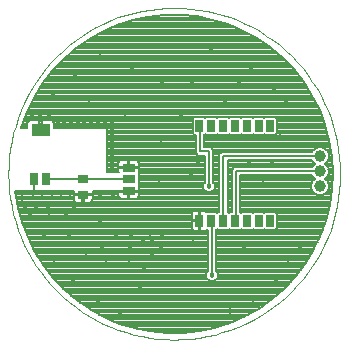
<source format=gtl>
G75*
G70*
%OFA0B0*%
%FSLAX24Y24*%
%IPPOS*%
%LPD*%
%AMOC8*
5,1,8,0,0,1.08239X$1,22.5*
%
%ADD10C,0.0010*%
%ADD11R,0.0394X0.0250*%
%ADD12R,0.0250X0.0394*%
%ADD13R,0.0256X0.0394*%
%ADD14R,0.0630X0.0394*%
%ADD15R,0.0354X0.0276*%
%ADD16C,0.0394*%
%ADD17C,0.0080*%
%ADD18C,0.0060*%
%ADD19C,0.0180*%
D10*
X000105Y005634D02*
X000112Y005905D01*
X000132Y006176D01*
X000165Y006445D01*
X000211Y006713D01*
X000271Y006977D01*
X000343Y007239D01*
X000428Y007497D01*
X000526Y007750D01*
X000636Y007998D01*
X000758Y008240D01*
X000892Y008476D01*
X001037Y008706D01*
X001193Y008928D01*
X001360Y009142D01*
X001537Y009347D01*
X001724Y009544D01*
X001921Y009731D01*
X002126Y009908D01*
X002340Y010075D01*
X002562Y010231D01*
X002792Y010376D01*
X003028Y010510D01*
X003270Y010632D01*
X003518Y010742D01*
X003771Y010840D01*
X004029Y010925D01*
X004291Y010997D01*
X004555Y011057D01*
X004823Y011103D01*
X005092Y011136D01*
X005363Y011156D01*
X005634Y011163D01*
X005905Y011156D01*
X006176Y011136D01*
X006445Y011103D01*
X006713Y011057D01*
X006977Y010997D01*
X007239Y010925D01*
X007497Y010840D01*
X007750Y010742D01*
X007998Y010632D01*
X008240Y010510D01*
X008476Y010376D01*
X008706Y010231D01*
X008928Y010075D01*
X009142Y009908D01*
X009347Y009731D01*
X009544Y009544D01*
X009731Y009347D01*
X009908Y009142D01*
X010075Y008928D01*
X010231Y008706D01*
X010376Y008476D01*
X010510Y008240D01*
X010632Y007998D01*
X010742Y007750D01*
X010840Y007497D01*
X010925Y007239D01*
X010997Y006977D01*
X011057Y006713D01*
X011103Y006445D01*
X011136Y006176D01*
X011156Y005905D01*
X011163Y005634D01*
X011156Y005363D01*
X011136Y005092D01*
X011103Y004823D01*
X011057Y004555D01*
X010997Y004291D01*
X010925Y004029D01*
X010840Y003771D01*
X010742Y003518D01*
X010632Y003270D01*
X010510Y003028D01*
X010376Y002792D01*
X010231Y002562D01*
X010075Y002340D01*
X009908Y002126D01*
X009731Y001921D01*
X009544Y001724D01*
X009347Y001537D01*
X009142Y001360D01*
X008928Y001193D01*
X008706Y001037D01*
X008476Y000892D01*
X008240Y000758D01*
X007998Y000636D01*
X007750Y000526D01*
X007497Y000428D01*
X007239Y000343D01*
X006977Y000271D01*
X006713Y000211D01*
X006445Y000165D01*
X006176Y000132D01*
X005905Y000112D01*
X005634Y000105D01*
X005363Y000112D01*
X005092Y000132D01*
X004823Y000165D01*
X004555Y000211D01*
X004291Y000271D01*
X004029Y000343D01*
X003771Y000428D01*
X003518Y000526D01*
X003270Y000636D01*
X003028Y000758D01*
X002792Y000892D01*
X002562Y001037D01*
X002340Y001193D01*
X002126Y001360D01*
X001921Y001537D01*
X001724Y001724D01*
X001537Y001921D01*
X001360Y002126D01*
X001193Y002340D01*
X001037Y002562D01*
X000892Y002792D01*
X000758Y003028D01*
X000636Y003270D01*
X000526Y003518D01*
X000428Y003771D01*
X000343Y004029D01*
X000271Y004291D01*
X000211Y004555D01*
X000165Y004823D01*
X000132Y005092D01*
X000112Y005363D01*
X000105Y005634D01*
D11*
X004110Y005443D03*
X004110Y005837D03*
X004110Y005049D03*
D12*
X006472Y004065D03*
X006866Y004065D03*
X007259Y004065D03*
X007653Y004065D03*
X008047Y004065D03*
X008440Y004065D03*
X008834Y004065D03*
X008834Y007215D03*
X008440Y007215D03*
X008047Y007215D03*
X007653Y007215D03*
X007259Y007215D03*
X006866Y007215D03*
X006472Y007215D03*
D13*
X001354Y005444D03*
X000960Y005444D03*
D14*
X001177Y007086D03*
D15*
X002593Y005450D03*
X002593Y004938D03*
D16*
X010490Y005213D03*
X010490Y005713D03*
X010490Y006213D03*
D17*
X009366Y001880D02*
X001862Y001880D01*
X001787Y001959D02*
X009440Y001959D01*
X009514Y002037D02*
X001712Y002037D01*
X001636Y002116D02*
X006750Y002116D01*
X006704Y002162D02*
X006815Y002051D01*
X006972Y002051D01*
X007084Y002162D01*
X007084Y002319D01*
X007024Y002379D01*
X007024Y003768D01*
X007032Y003768D01*
X007062Y003799D01*
X007093Y003768D01*
X007426Y003768D01*
X007456Y003799D01*
X007487Y003768D01*
X007819Y003768D01*
X007850Y003799D01*
X007880Y003768D01*
X008213Y003768D01*
X008244Y003799D01*
X008274Y003768D01*
X008607Y003768D01*
X008637Y003799D01*
X008668Y003768D01*
X009000Y003768D01*
X009059Y003827D01*
X009059Y004303D01*
X009000Y004362D01*
X008668Y004362D01*
X008637Y004332D01*
X008607Y004362D01*
X008274Y004362D01*
X008244Y004332D01*
X008213Y004362D01*
X007880Y004362D01*
X007850Y004332D01*
X007831Y004351D01*
X007831Y005579D01*
X010224Y005579D01*
X010238Y005544D01*
X010320Y005463D01*
X010238Y005381D01*
X010193Y005272D01*
X010193Y005154D01*
X010238Y005044D01*
X010321Y004961D01*
X010431Y004916D01*
X010549Y004916D01*
X010658Y004961D01*
X010741Y005044D01*
X010786Y005154D01*
X010786Y005272D01*
X010741Y005381D01*
X010659Y005463D01*
X010741Y005544D01*
X010786Y005654D01*
X010786Y005772D01*
X010741Y005881D01*
X010659Y005963D01*
X010741Y006044D01*
X010786Y006154D01*
X010786Y006272D01*
X010741Y006381D01*
X010658Y006464D01*
X010549Y006509D01*
X010431Y006509D01*
X010321Y006464D01*
X010238Y006381D01*
X010229Y006359D01*
X007209Y006359D01*
X007127Y006277D01*
X007127Y004362D01*
X007093Y004362D01*
X007062Y004332D01*
X007032Y004362D01*
X006699Y004362D01*
X006697Y004360D01*
X006683Y004374D01*
X006651Y004392D01*
X007127Y004392D01*
X007127Y004471D02*
X000438Y004471D01*
X000422Y004531D02*
X000338Y005063D01*
X002275Y005063D01*
X002275Y004967D01*
X002564Y004967D01*
X002564Y004909D01*
X002622Y004909D01*
X002622Y004967D01*
X002910Y004967D01*
X002910Y005063D01*
X004087Y005063D01*
X004087Y005027D01*
X003773Y005027D01*
X003773Y004906D01*
X003782Y004870D01*
X003801Y004838D01*
X003827Y004812D01*
X003859Y004794D01*
X003894Y004784D01*
X004087Y004784D01*
X004087Y005027D01*
X004132Y005027D01*
X004132Y004784D01*
X004325Y004784D01*
X004361Y004794D01*
X004392Y004812D01*
X004419Y004838D01*
X004437Y004870D01*
X004447Y004906D01*
X004447Y005027D01*
X004132Y005027D01*
X004132Y005063D01*
X004452Y005063D01*
X004452Y005690D01*
X004446Y005690D01*
X004447Y005693D01*
X004447Y005814D01*
X004132Y005814D01*
X004132Y005859D01*
X004447Y005859D01*
X004447Y005980D01*
X004437Y006016D01*
X004419Y006048D01*
X004392Y006074D01*
X004361Y006092D01*
X004325Y006102D01*
X004132Y006102D01*
X004132Y005859D01*
X004087Y005859D01*
X004087Y005814D01*
X003773Y005814D01*
X003773Y005693D01*
X003774Y005690D01*
X003404Y005690D01*
X003404Y007169D01*
X001632Y007169D01*
X001632Y007301D01*
X001622Y007337D01*
X001604Y007369D01*
X001578Y007395D01*
X001546Y007413D01*
X001510Y007423D01*
X001217Y007423D01*
X001217Y007169D01*
X001137Y007169D01*
X001137Y007423D01*
X000843Y007423D01*
X000808Y007413D01*
X000776Y007395D01*
X000750Y007369D01*
X000731Y007337D01*
X000722Y007301D01*
X000722Y007169D01*
X000538Y007169D01*
X000720Y007675D01*
X000953Y008159D01*
X001233Y008618D01*
X001559Y009046D01*
X001926Y009439D01*
X002331Y009793D01*
X002770Y010104D01*
X003238Y010368D01*
X003731Y010584D01*
X004243Y010749D01*
X004769Y010862D01*
X005303Y010921D01*
X005841Y010925D01*
X006376Y010874D01*
X006904Y010770D01*
X007418Y010613D01*
X007914Y010405D01*
X008386Y010147D01*
X008830Y009843D01*
X009241Y009496D01*
X009614Y009109D01*
X009946Y008686D01*
X010234Y008232D01*
X010474Y007750D01*
X010664Y007247D01*
X010803Y006728D01*
X010888Y006197D01*
X010919Y005660D01*
X010895Y005123D01*
X010817Y004590D01*
X010686Y004069D01*
X010502Y003563D01*
X010268Y003079D01*
X009987Y002621D01*
X009660Y002194D01*
X009292Y001801D01*
X008886Y001449D01*
X008447Y001139D01*
X007978Y000875D01*
X007485Y000660D01*
X006973Y000496D01*
X006447Y000385D01*
X005912Y000327D01*
X005374Y000324D01*
X004839Y000375D01*
X004312Y000481D01*
X003798Y000639D01*
X003302Y000848D01*
X002831Y001107D01*
X002388Y001412D01*
X001978Y001760D01*
X001605Y002148D01*
X001274Y002571D01*
X000987Y003026D01*
X000748Y003508D01*
X000559Y004011D01*
X000422Y004531D01*
X000419Y004549D02*
X007127Y004549D01*
X007127Y004628D02*
X000406Y004628D01*
X000394Y004706D02*
X002311Y004706D01*
X002303Y004714D02*
X002330Y004688D01*
X002361Y004669D01*
X002397Y004660D01*
X002564Y004660D01*
X002564Y004909D01*
X002275Y004909D01*
X002275Y004782D01*
X002285Y004746D01*
X002303Y004714D01*
X002275Y004785D02*
X000382Y004785D01*
X000369Y004863D02*
X002275Y004863D01*
X002275Y005020D02*
X000344Y005020D01*
X000357Y004942D02*
X002564Y004942D01*
X002622Y004942D02*
X003773Y004942D01*
X003773Y005020D02*
X002910Y005020D01*
X002910Y004909D02*
X002910Y004782D01*
X002900Y004746D01*
X002882Y004714D01*
X002856Y004688D01*
X002824Y004669D01*
X002788Y004660D01*
X002622Y004660D01*
X002622Y004909D01*
X002910Y004909D01*
X002910Y004863D02*
X003787Y004863D01*
X003893Y004785D02*
X002910Y004785D01*
X002874Y004706D02*
X007127Y004706D01*
X007127Y004785D02*
X004326Y004785D01*
X004433Y004863D02*
X007127Y004863D01*
X007127Y004942D02*
X004447Y004942D01*
X004447Y005020D02*
X007127Y005020D01*
X007127Y005099D02*
X006944Y005099D01*
X006979Y005133D02*
X006979Y005290D01*
X006929Y005340D01*
X006929Y006434D01*
X006847Y006516D01*
X006629Y006516D01*
X006629Y006918D01*
X006638Y006918D01*
X006669Y006948D01*
X006699Y006918D01*
X007032Y006918D01*
X007062Y006948D01*
X007093Y006918D01*
X007426Y006918D01*
X007456Y006948D01*
X007487Y006918D01*
X007819Y006918D01*
X007850Y006948D01*
X007880Y006918D01*
X008213Y006918D01*
X008244Y006948D01*
X008274Y006918D01*
X008607Y006918D01*
X008637Y006948D01*
X008668Y006918D01*
X009000Y006918D01*
X009059Y006976D01*
X009059Y007453D01*
X009000Y007512D01*
X008668Y007512D01*
X008637Y007481D01*
X008607Y007512D01*
X008274Y007512D01*
X008244Y007481D01*
X008213Y007512D01*
X007880Y007512D01*
X007850Y007481D01*
X007819Y007512D01*
X007487Y007512D01*
X007456Y007481D01*
X007426Y007512D01*
X007093Y007512D01*
X007062Y007481D01*
X007032Y007512D01*
X006699Y007512D01*
X006669Y007481D01*
X006638Y007512D01*
X006305Y007512D01*
X006247Y007453D01*
X006247Y006976D01*
X006305Y006918D01*
X006349Y006918D01*
X006349Y006318D01*
X006431Y006236D01*
X006649Y006236D01*
X006649Y005340D01*
X006599Y005290D01*
X006599Y005133D01*
X006710Y005022D01*
X006867Y005022D01*
X006979Y005133D01*
X006979Y005177D02*
X007127Y005177D01*
X007127Y005256D02*
X006979Y005256D01*
X006935Y005334D02*
X007127Y005334D01*
X007127Y005413D02*
X006929Y005413D01*
X006929Y005491D02*
X007127Y005491D01*
X007127Y005570D02*
X006929Y005570D01*
X006929Y005648D02*
X007127Y005648D01*
X007127Y005727D02*
X006929Y005727D01*
X006929Y005805D02*
X007127Y005805D01*
X007127Y005884D02*
X006929Y005884D01*
X006929Y005962D02*
X007127Y005962D01*
X007127Y006041D02*
X006929Y006041D01*
X006929Y006119D02*
X007127Y006119D01*
X007127Y006198D02*
X006929Y006198D01*
X006929Y006276D02*
X007127Y006276D01*
X007205Y006355D02*
X006929Y006355D01*
X006929Y006433D02*
X010290Y006433D01*
X010490Y006219D02*
X010490Y006213D01*
X010490Y006219D02*
X007267Y006219D01*
X007267Y004065D01*
X007259Y004065D01*
X007456Y004332D02*
X007426Y004362D01*
X007407Y004362D01*
X007407Y006079D01*
X010224Y006079D01*
X010238Y006044D01*
X010320Y005963D01*
X010238Y005881D01*
X010229Y005859D01*
X007633Y005859D01*
X007551Y005777D01*
X007551Y005661D01*
X007551Y004362D01*
X007487Y004362D01*
X007456Y004332D01*
X007407Y004392D02*
X007551Y004392D01*
X007551Y004471D02*
X007407Y004471D01*
X007407Y004549D02*
X007551Y004549D01*
X007551Y004628D02*
X007407Y004628D01*
X007407Y004706D02*
X007551Y004706D01*
X007551Y004785D02*
X007407Y004785D01*
X007407Y004863D02*
X007551Y004863D01*
X007551Y004942D02*
X007407Y004942D01*
X007407Y005020D02*
X007551Y005020D01*
X007551Y005099D02*
X007407Y005099D01*
X007407Y005177D02*
X007551Y005177D01*
X007551Y005256D02*
X007407Y005256D01*
X007407Y005334D02*
X007551Y005334D01*
X007551Y005413D02*
X007407Y005413D01*
X007407Y005491D02*
X007551Y005491D01*
X007551Y005570D02*
X007407Y005570D01*
X007407Y005648D02*
X007551Y005648D01*
X007551Y005727D02*
X007407Y005727D01*
X007407Y005805D02*
X007579Y005805D01*
X007691Y005719D02*
X010490Y005719D01*
X010490Y005713D01*
X010786Y005727D02*
X010915Y005727D01*
X010910Y005805D02*
X010773Y005805D01*
X010738Y005884D02*
X010906Y005884D01*
X010901Y005962D02*
X010660Y005962D01*
X010737Y006041D02*
X010897Y006041D01*
X010892Y006119D02*
X010772Y006119D01*
X010786Y006198D02*
X010888Y006198D01*
X010875Y006276D02*
X010785Y006276D01*
X010752Y006355D02*
X010862Y006355D01*
X010850Y006433D02*
X010689Y006433D01*
X010837Y006512D02*
X006851Y006512D01*
X006789Y006376D02*
X006789Y005212D01*
X006642Y005334D02*
X004452Y005334D01*
X004452Y005256D02*
X006599Y005256D01*
X006599Y005177D02*
X004452Y005177D01*
X004452Y005099D02*
X006633Y005099D01*
X006649Y005413D02*
X004452Y005413D01*
X004452Y005491D02*
X006649Y005491D01*
X006649Y005570D02*
X004452Y005570D01*
X004452Y005648D02*
X006649Y005648D01*
X006649Y005727D02*
X004447Y005727D01*
X004447Y005805D02*
X006649Y005805D01*
X006649Y005884D02*
X004447Y005884D01*
X004447Y005962D02*
X006649Y005962D01*
X006649Y006041D02*
X004423Y006041D01*
X004132Y006041D02*
X004087Y006041D01*
X004087Y006102D02*
X004087Y005859D01*
X003773Y005859D01*
X003773Y005980D01*
X003782Y006016D01*
X003801Y006048D01*
X003827Y006074D01*
X003859Y006092D01*
X003894Y006102D01*
X004087Y006102D01*
X004087Y005962D02*
X004132Y005962D01*
X004132Y005884D02*
X004087Y005884D01*
X003773Y005884D02*
X003404Y005884D01*
X003404Y005962D02*
X003773Y005962D01*
X003797Y006041D02*
X003404Y006041D01*
X003404Y006119D02*
X006649Y006119D01*
X006649Y006198D02*
X003404Y006198D01*
X003404Y006276D02*
X006390Y006276D01*
X006349Y006355D02*
X003404Y006355D01*
X003404Y006433D02*
X006349Y006433D01*
X006349Y006512D02*
X003404Y006512D01*
X003404Y006590D02*
X006349Y006590D01*
X006349Y006669D02*
X003404Y006669D01*
X003404Y006747D02*
X006349Y006747D01*
X006349Y006826D02*
X003404Y006826D01*
X003404Y006904D02*
X006349Y006904D01*
X006247Y006983D02*
X003404Y006983D01*
X003404Y007061D02*
X006247Y007061D01*
X006247Y007140D02*
X003404Y007140D01*
X003404Y005805D02*
X003773Y005805D01*
X003773Y005727D02*
X003404Y005727D01*
X004110Y005444D02*
X004110Y005443D01*
X004110Y005444D02*
X002635Y005444D01*
X001354Y005444D01*
X002564Y004863D02*
X002622Y004863D01*
X002622Y004785D02*
X002564Y004785D01*
X002564Y004706D02*
X002622Y004706D01*
X004087Y004785D02*
X004132Y004785D01*
X004132Y004863D02*
X004087Y004863D01*
X004087Y004942D02*
X004132Y004942D01*
X004132Y005020D02*
X004087Y005020D01*
X006216Y004316D02*
X006207Y004280D01*
X006207Y004088D01*
X006449Y004088D01*
X006449Y004402D01*
X006328Y004402D01*
X006293Y004392D01*
X006261Y004374D01*
X006235Y004348D01*
X006216Y004316D01*
X006216Y004314D02*
X000479Y004314D01*
X000458Y004392D02*
X006292Y004392D01*
X006207Y004235D02*
X000500Y004235D01*
X000521Y004157D02*
X006207Y004157D01*
X006207Y004043D02*
X006207Y003850D01*
X006216Y003814D01*
X006235Y003782D01*
X006261Y003756D01*
X006293Y003738D01*
X006328Y003728D01*
X006449Y003728D01*
X006449Y004043D01*
X006207Y004043D01*
X006207Y004000D02*
X000563Y004000D01*
X000541Y004078D02*
X006449Y004078D01*
X006449Y004088D02*
X006449Y004043D01*
X006494Y004043D01*
X006494Y003728D01*
X006615Y003728D01*
X006651Y003738D01*
X006683Y003756D01*
X006697Y003770D01*
X006699Y003768D01*
X006764Y003768D01*
X006764Y002379D01*
X006704Y002319D01*
X006704Y002162D01*
X006704Y002194D02*
X001569Y002194D01*
X001508Y002273D02*
X006704Y002273D01*
X006735Y002351D02*
X001446Y002351D01*
X001385Y002430D02*
X006764Y002430D01*
X006764Y002508D02*
X001324Y002508D01*
X001264Y002587D02*
X006764Y002587D01*
X006764Y002665D02*
X001215Y002665D01*
X001166Y002744D02*
X006764Y002744D01*
X006764Y002822D02*
X001116Y002822D01*
X001067Y002901D02*
X006764Y002901D01*
X006764Y002979D02*
X001017Y002979D01*
X000972Y003058D02*
X006764Y003058D01*
X006764Y003136D02*
X000933Y003136D01*
X000894Y003215D02*
X006764Y003215D01*
X006764Y003293D02*
X000855Y003293D01*
X000816Y003372D02*
X006764Y003372D01*
X006764Y003450D02*
X000777Y003450D01*
X000740Y003529D02*
X006764Y003529D01*
X006764Y003607D02*
X000711Y003607D01*
X000681Y003686D02*
X006764Y003686D01*
X006764Y003764D02*
X006691Y003764D01*
X006494Y003764D02*
X006449Y003764D01*
X006449Y003843D02*
X006494Y003843D01*
X006494Y003921D02*
X006449Y003921D01*
X006449Y004000D02*
X006494Y004000D01*
X006494Y004088D02*
X006449Y004088D01*
X006494Y004088D02*
X006494Y004402D01*
X006615Y004402D01*
X006651Y004392D01*
X006494Y004392D02*
X006449Y004392D01*
X006449Y004314D02*
X006494Y004314D01*
X006494Y004235D02*
X006449Y004235D01*
X006449Y004157D02*
X006494Y004157D01*
X006207Y003921D02*
X000593Y003921D01*
X000622Y003843D02*
X006209Y003843D01*
X006253Y003764D02*
X000652Y003764D01*
X001938Y001802D02*
X009292Y001802D01*
X009202Y001723D02*
X002021Y001723D01*
X002114Y001645D02*
X009112Y001645D01*
X009022Y001566D02*
X002206Y001566D01*
X002298Y001488D02*
X008931Y001488D01*
X008830Y001409D02*
X002392Y001409D01*
X002506Y001331D02*
X008719Y001331D01*
X008608Y001252D02*
X002620Y001252D01*
X002734Y001174D02*
X008496Y001174D01*
X008369Y001095D02*
X002852Y001095D01*
X002995Y001017D02*
X008230Y001017D01*
X008091Y000938D02*
X003139Y000938D01*
X003282Y000860D02*
X007943Y000860D01*
X007763Y000781D02*
X003461Y000781D01*
X003647Y000703D02*
X007583Y000703D01*
X007374Y000624D02*
X003846Y000624D01*
X004101Y000546D02*
X007128Y000546D01*
X006837Y000467D02*
X004380Y000467D01*
X004773Y000389D02*
X006466Y000389D01*
X007037Y002116D02*
X009587Y002116D01*
X009661Y002194D02*
X007084Y002194D01*
X007084Y002273D02*
X009721Y002273D01*
X009781Y002351D02*
X007052Y002351D01*
X007024Y002430D02*
X009841Y002430D01*
X009901Y002508D02*
X007024Y002508D01*
X007024Y002587D02*
X009961Y002587D01*
X010014Y002665D02*
X007024Y002665D01*
X007024Y002744D02*
X010062Y002744D01*
X010111Y002822D02*
X007024Y002822D01*
X007024Y002901D02*
X010159Y002901D01*
X010207Y002979D02*
X007024Y002979D01*
X007024Y003058D02*
X010255Y003058D01*
X010296Y003136D02*
X007024Y003136D01*
X007024Y003215D02*
X010334Y003215D01*
X010372Y003293D02*
X007024Y003293D01*
X007024Y003372D02*
X010410Y003372D01*
X010448Y003450D02*
X007024Y003450D01*
X007024Y003529D02*
X010485Y003529D01*
X010518Y003607D02*
X007024Y003607D01*
X007024Y003686D02*
X010547Y003686D01*
X010575Y003764D02*
X007024Y003764D01*
X006894Y004065D02*
X006866Y004065D01*
X007653Y004065D02*
X007691Y004065D01*
X007691Y005719D01*
X007831Y005570D02*
X010228Y005570D01*
X010291Y005491D02*
X007831Y005491D01*
X007831Y005413D02*
X010270Y005413D01*
X010219Y005334D02*
X007831Y005334D01*
X007831Y005256D02*
X010193Y005256D01*
X010193Y005177D02*
X007831Y005177D01*
X007831Y005099D02*
X010216Y005099D01*
X010262Y005020D02*
X007831Y005020D01*
X007831Y004942D02*
X010368Y004942D01*
X010611Y004942D02*
X010869Y004942D01*
X010880Y005020D02*
X010717Y005020D01*
X010764Y005099D02*
X010892Y005099D01*
X010897Y005177D02*
X010786Y005177D01*
X010786Y005256D02*
X010901Y005256D01*
X010904Y005334D02*
X010761Y005334D01*
X010709Y005413D02*
X010908Y005413D01*
X010911Y005491D02*
X010688Y005491D01*
X010752Y005570D02*
X010915Y005570D01*
X010918Y005648D02*
X010784Y005648D01*
X010319Y005962D02*
X007407Y005962D01*
X007407Y005884D02*
X010241Y005884D01*
X010242Y006041D02*
X007407Y006041D01*
X006789Y006376D02*
X006489Y006376D01*
X006489Y007215D01*
X006472Y007215D01*
X006247Y007218D02*
X001632Y007218D01*
X001632Y007297D02*
X006247Y007297D01*
X006247Y007375D02*
X001597Y007375D01*
X001217Y007375D02*
X001137Y007375D01*
X001137Y007297D02*
X001217Y007297D01*
X001217Y007218D02*
X001137Y007218D01*
X000756Y007375D02*
X000612Y007375D01*
X000584Y007297D02*
X000722Y007297D01*
X000722Y007218D02*
X000556Y007218D01*
X000640Y007454D02*
X006248Y007454D01*
X006629Y006904D02*
X010756Y006904D01*
X010777Y006826D02*
X006629Y006826D01*
X006629Y006747D02*
X010798Y006747D01*
X010812Y006669D02*
X006629Y006669D01*
X006629Y006590D02*
X010825Y006590D01*
X010735Y006983D02*
X009059Y006983D01*
X009059Y007061D02*
X010714Y007061D01*
X010693Y007140D02*
X009059Y007140D01*
X009059Y007218D02*
X010672Y007218D01*
X010646Y007297D02*
X009059Y007297D01*
X009059Y007375D02*
X010616Y007375D01*
X010586Y007454D02*
X009058Y007454D01*
X010130Y008396D02*
X001097Y008396D01*
X001145Y008474D02*
X010080Y008474D01*
X010030Y008553D02*
X001193Y008553D01*
X001243Y008631D02*
X009981Y008631D01*
X009927Y008710D02*
X001303Y008710D01*
X001363Y008788D02*
X009866Y008788D01*
X009804Y008867D02*
X001422Y008867D01*
X001482Y008945D02*
X009742Y008945D01*
X009681Y009024D02*
X001542Y009024D01*
X001611Y009102D02*
X009619Y009102D01*
X009545Y009181D02*
X001685Y009181D01*
X001758Y009259D02*
X009469Y009259D01*
X009393Y009338D02*
X001831Y009338D01*
X001905Y009416D02*
X009317Y009416D01*
X009242Y009495D02*
X001990Y009495D01*
X002080Y009573D02*
X009149Y009573D01*
X009056Y009652D02*
X002170Y009652D01*
X002260Y009730D02*
X008964Y009730D01*
X008871Y009809D02*
X002354Y009809D01*
X002465Y009887D02*
X008766Y009887D01*
X008651Y009966D02*
X002576Y009966D01*
X002686Y010044D02*
X008537Y010044D01*
X008422Y010123D02*
X002804Y010123D01*
X002943Y010201D02*
X008287Y010201D01*
X008143Y010280D02*
X003082Y010280D01*
X003220Y010358D02*
X007999Y010358D01*
X007838Y010437D02*
X003394Y010437D01*
X003573Y010515D02*
X007651Y010515D01*
X007465Y010594D02*
X003760Y010594D01*
X004003Y010672D02*
X007225Y010672D01*
X006968Y010751D02*
X004248Y010751D01*
X004615Y010829D02*
X006605Y010829D01*
X006022Y010908D02*
X005186Y010908D01*
X001049Y008317D02*
X010180Y008317D01*
X010229Y008239D02*
X001001Y008239D01*
X000953Y008160D02*
X010269Y008160D01*
X010309Y008082D02*
X000915Y008082D01*
X000878Y008003D02*
X010348Y008003D01*
X010387Y007925D02*
X000840Y007925D01*
X000802Y007846D02*
X010426Y007846D01*
X010465Y007768D02*
X000765Y007768D01*
X000727Y007689D02*
X010497Y007689D01*
X010527Y007611D02*
X000697Y007611D01*
X000669Y007532D02*
X010557Y007532D01*
X010857Y004863D02*
X007831Y004863D01*
X007831Y004785D02*
X010846Y004785D01*
X010834Y004706D02*
X007831Y004706D01*
X007831Y004628D02*
X010823Y004628D01*
X010807Y004549D02*
X007831Y004549D01*
X007831Y004471D02*
X010787Y004471D01*
X010767Y004392D02*
X007831Y004392D01*
X009049Y004314D02*
X010747Y004314D01*
X010728Y004235D02*
X009059Y004235D01*
X009059Y004157D02*
X010708Y004157D01*
X010688Y004078D02*
X009059Y004078D01*
X009059Y004000D02*
X010661Y004000D01*
X010632Y003921D02*
X009059Y003921D01*
X009059Y003843D02*
X010604Y003843D01*
D18*
X006894Y004001D02*
X006894Y002241D01*
X006894Y004001D02*
X006866Y004065D01*
X002635Y005429D02*
X002635Y005444D01*
X002635Y005429D02*
X002593Y005450D01*
X001177Y007086D02*
X001195Y007109D01*
X001195Y007269D01*
X001217Y007296D01*
X000960Y005444D02*
X000955Y005429D01*
X000955Y005189D01*
X000955Y005029D01*
X000934Y004985D01*
D19*
X000934Y004985D03*
X001229Y004985D03*
X001544Y004985D03*
X001859Y004985D03*
X002143Y004985D03*
X002286Y004504D03*
X002018Y004329D03*
X001467Y004198D03*
X001415Y004504D03*
X001009Y004532D03*
X000828Y004249D03*
X000658Y004539D03*
X000572Y004811D03*
X001292Y003522D03*
X001628Y002778D03*
X002270Y002075D03*
X002678Y002850D03*
X003226Y003157D03*
X003352Y002785D03*
X003810Y003055D03*
X004159Y003212D03*
X004205Y003552D03*
X004597Y003341D03*
X004530Y003055D03*
X004899Y002942D03*
X005204Y003153D03*
X004899Y003372D03*
X004824Y003642D03*
X005216Y003615D03*
X006264Y003313D03*
X006894Y002241D03*
X007956Y003204D03*
X008833Y002833D03*
X009413Y002617D03*
X009036Y002065D03*
X008262Y001454D03*
X007487Y001046D03*
X009808Y003219D03*
X008604Y005468D03*
X008888Y005961D03*
X008117Y005961D03*
X007473Y004885D03*
X006789Y005212D03*
X006198Y005667D03*
X006408Y006058D03*
X006003Y005266D03*
X005117Y005448D03*
X005183Y006784D03*
X005859Y007517D03*
X005327Y008147D03*
X005238Y008729D03*
X004724Y008788D03*
X004237Y009167D03*
X004145Y009900D03*
X003167Y009513D03*
X002311Y008922D03*
X002800Y008137D03*
X002846Y007374D03*
X002630Y007374D03*
X002410Y007374D03*
X002179Y007374D03*
X001966Y007374D03*
X001754Y007374D03*
X001456Y007567D03*
X001173Y007581D03*
X000905Y007603D03*
X001598Y008219D03*
X003096Y007374D03*
X003339Y007374D03*
X003570Y007374D03*
X003570Y007139D03*
X003570Y006912D03*
X003570Y006669D03*
X003570Y006449D03*
X003570Y006237D03*
X003570Y006036D03*
X003570Y005835D03*
X003593Y004950D03*
X003158Y004945D03*
X003163Y004010D03*
X003688Y003556D03*
X004124Y002789D03*
X004617Y002479D03*
X004492Y001861D03*
X003835Y001724D03*
X003269Y002177D03*
X003106Y001351D03*
X003839Y000913D03*
X002117Y003604D03*
X003993Y007474D03*
X006229Y008635D03*
X007333Y008091D03*
X007805Y008694D03*
X008201Y009197D03*
X008941Y008432D03*
X009353Y008030D03*
X009156Y006872D03*
X006846Y009788D03*
M02*

</source>
